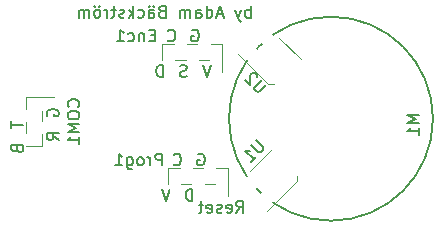
<source format=gbo>
G04 #@! TF.GenerationSoftware,KiCad,Pcbnew,5.1.5+dfsg1-2build2*
G04 #@! TF.CreationDate,2021-12-26T17:25:33+01:00*
G04 #@! TF.ProjectId,combined,636f6d62-696e-4656-942e-6b696361645f,rev?*
G04 #@! TF.SameCoordinates,Original*
G04 #@! TF.FileFunction,Legend,Bot*
G04 #@! TF.FilePolarity,Positive*
%FSLAX46Y46*%
G04 Gerber Fmt 4.6, Leading zero omitted, Abs format (unit mm)*
G04 Created by KiCad (PCBNEW 5.1.5+dfsg1-2build2) date 2021-12-26 17:25:33*
%MOMM*%
%LPD*%
G04 APERTURE LIST*
%ADD10C,0.150000*%
%ADD11C,0.120000*%
%ADD12C,1.202000*%
%ADD13C,0.100000*%
%ADD14C,3.602000*%
%ADD15R,0.702000X1.852000*%
%ADD16R,1.852000X0.702000*%
%ADD17O,1.652000X0.992000*%
%ADD18O,1.052000X1.352000*%
G04 APERTURE END LIST*
D10*
X81000000Y-33511904D02*
X80952380Y-33416666D01*
X80952380Y-33273809D01*
X81000000Y-33130952D01*
X81095238Y-33035714D01*
X81190476Y-32988095D01*
X81380952Y-32940476D01*
X81523809Y-32940476D01*
X81714285Y-32988095D01*
X81809523Y-33035714D01*
X81904761Y-33130952D01*
X81952380Y-33273809D01*
X81952380Y-33369047D01*
X81904761Y-33511904D01*
X81857142Y-33559523D01*
X81523809Y-33559523D01*
X81523809Y-33369047D01*
X81952380Y-35559523D02*
X81476190Y-35226190D01*
X81952380Y-34988095D02*
X80952380Y-34988095D01*
X80952380Y-35369047D01*
X81000000Y-35464285D01*
X81047619Y-35511904D01*
X81142857Y-35559523D01*
X81285714Y-35559523D01*
X81380952Y-35511904D01*
X81428571Y-35464285D01*
X81476190Y-35369047D01*
X81476190Y-34988095D01*
X77952380Y-33964285D02*
X77952380Y-34535714D01*
X78952380Y-34250000D02*
X77952380Y-34250000D01*
X78428571Y-36321428D02*
X78476190Y-36464285D01*
X78523809Y-36511904D01*
X78619047Y-36559523D01*
X78761904Y-36559523D01*
X78857142Y-36511904D01*
X78904761Y-36464285D01*
X78952380Y-36369047D01*
X78952380Y-35988095D01*
X77952380Y-35988095D01*
X77952380Y-36321428D01*
X78000000Y-36416666D01*
X78047619Y-36464285D01*
X78142857Y-36511904D01*
X78238095Y-36511904D01*
X78333333Y-36464285D01*
X78380952Y-36416666D01*
X78428571Y-36321428D01*
X78428571Y-35988095D01*
X90761904Y-30202380D02*
X90761904Y-29202380D01*
X90523809Y-29202380D01*
X90380952Y-29250000D01*
X90285714Y-29345238D01*
X90238095Y-29440476D01*
X90190476Y-29630952D01*
X90190476Y-29773809D01*
X90238095Y-29964285D01*
X90285714Y-30059523D01*
X90380952Y-30154761D01*
X90523809Y-30202380D01*
X90761904Y-30202380D01*
X91190476Y-27107142D02*
X91238095Y-27154761D01*
X91380952Y-27202380D01*
X91476190Y-27202380D01*
X91619047Y-27154761D01*
X91714285Y-27059523D01*
X91761904Y-26964285D01*
X91809523Y-26773809D01*
X91809523Y-26630952D01*
X91761904Y-26440476D01*
X91714285Y-26345238D01*
X91619047Y-26250000D01*
X91476190Y-26202380D01*
X91380952Y-26202380D01*
X91238095Y-26250000D01*
X91190476Y-26297619D01*
X92785714Y-30154761D02*
X92642857Y-30202380D01*
X92404761Y-30202380D01*
X92309523Y-30154761D01*
X92261904Y-30107142D01*
X92214285Y-30011904D01*
X92214285Y-29916666D01*
X92261904Y-29821428D01*
X92309523Y-29773809D01*
X92404761Y-29726190D01*
X92595238Y-29678571D01*
X92690476Y-29630952D01*
X92738095Y-29583333D01*
X92785714Y-29488095D01*
X92785714Y-29392857D01*
X92738095Y-29297619D01*
X92690476Y-29250000D01*
X92595238Y-29202380D01*
X92357142Y-29202380D01*
X92214285Y-29250000D01*
X93238095Y-26250000D02*
X93333333Y-26202380D01*
X93476190Y-26202380D01*
X93619047Y-26250000D01*
X93714285Y-26345238D01*
X93761904Y-26440476D01*
X93809523Y-26630952D01*
X93809523Y-26773809D01*
X93761904Y-26964285D01*
X93714285Y-27059523D01*
X93619047Y-27154761D01*
X93476190Y-27202380D01*
X93380952Y-27202380D01*
X93238095Y-27154761D01*
X93190476Y-27107142D01*
X93190476Y-26773809D01*
X93380952Y-26773809D01*
X94833333Y-29202380D02*
X94500000Y-30202380D01*
X94166666Y-29202380D01*
X91690476Y-37607142D02*
X91738095Y-37654761D01*
X91880952Y-37702380D01*
X91976190Y-37702380D01*
X92119047Y-37654761D01*
X92214285Y-37559523D01*
X92261904Y-37464285D01*
X92309523Y-37273809D01*
X92309523Y-37130952D01*
X92261904Y-36940476D01*
X92214285Y-36845238D01*
X92119047Y-36750000D01*
X91976190Y-36702380D01*
X91880952Y-36702380D01*
X91738095Y-36750000D01*
X91690476Y-36797619D01*
X93261904Y-40702380D02*
X93261904Y-39702380D01*
X93023809Y-39702380D01*
X92880952Y-39750000D01*
X92785714Y-39845238D01*
X92738095Y-39940476D01*
X92690476Y-40130952D01*
X92690476Y-40273809D01*
X92738095Y-40464285D01*
X92785714Y-40559523D01*
X92880952Y-40654761D01*
X93023809Y-40702380D01*
X93261904Y-40702380D01*
X96988095Y-41702380D02*
X97321428Y-41226190D01*
X97559523Y-41702380D02*
X97559523Y-40702380D01*
X97178571Y-40702380D01*
X97083333Y-40750000D01*
X97035714Y-40797619D01*
X96988095Y-40892857D01*
X96988095Y-41035714D01*
X97035714Y-41130952D01*
X97083333Y-41178571D01*
X97178571Y-41226190D01*
X97559523Y-41226190D01*
X96178571Y-41654761D02*
X96273809Y-41702380D01*
X96464285Y-41702380D01*
X96559523Y-41654761D01*
X96607142Y-41559523D01*
X96607142Y-41178571D01*
X96559523Y-41083333D01*
X96464285Y-41035714D01*
X96273809Y-41035714D01*
X96178571Y-41083333D01*
X96130952Y-41178571D01*
X96130952Y-41273809D01*
X96607142Y-41369047D01*
X95750000Y-41654761D02*
X95654761Y-41702380D01*
X95464285Y-41702380D01*
X95369047Y-41654761D01*
X95321428Y-41559523D01*
X95321428Y-41511904D01*
X95369047Y-41416666D01*
X95464285Y-41369047D01*
X95607142Y-41369047D01*
X95702380Y-41321428D01*
X95750000Y-41226190D01*
X95750000Y-41178571D01*
X95702380Y-41083333D01*
X95607142Y-41035714D01*
X95464285Y-41035714D01*
X95369047Y-41083333D01*
X94511904Y-41654761D02*
X94607142Y-41702380D01*
X94797619Y-41702380D01*
X94892857Y-41654761D01*
X94940476Y-41559523D01*
X94940476Y-41178571D01*
X94892857Y-41083333D01*
X94797619Y-41035714D01*
X94607142Y-41035714D01*
X94511904Y-41083333D01*
X94464285Y-41178571D01*
X94464285Y-41273809D01*
X94940476Y-41369047D01*
X94178571Y-41035714D02*
X93797619Y-41035714D01*
X94035714Y-40702380D02*
X94035714Y-41559523D01*
X93988095Y-41654761D01*
X93892857Y-41702380D01*
X93797619Y-41702380D01*
X93738095Y-36750000D02*
X93833333Y-36702380D01*
X93976190Y-36702380D01*
X94119047Y-36750000D01*
X94214285Y-36845238D01*
X94261904Y-36940476D01*
X94309523Y-37130952D01*
X94309523Y-37273809D01*
X94261904Y-37464285D01*
X94214285Y-37559523D01*
X94119047Y-37654761D01*
X93976190Y-37702380D01*
X93880952Y-37702380D01*
X93738095Y-37654761D01*
X93690476Y-37607142D01*
X93690476Y-37273809D01*
X93880952Y-37273809D01*
X91333333Y-39702380D02*
X91000000Y-40702380D01*
X90666666Y-39702380D01*
X98193904Y-25191980D02*
X98193904Y-24191980D01*
X98193904Y-24572933D02*
X98098666Y-24525314D01*
X97908190Y-24525314D01*
X97812952Y-24572933D01*
X97765333Y-24620552D01*
X97717714Y-24715790D01*
X97717714Y-25001504D01*
X97765333Y-25096742D01*
X97812952Y-25144361D01*
X97908190Y-25191980D01*
X98098666Y-25191980D01*
X98193904Y-25144361D01*
X97384380Y-24525314D02*
X97146285Y-25191980D01*
X96908190Y-24525314D02*
X97146285Y-25191980D01*
X97241523Y-25430076D01*
X97289142Y-25477695D01*
X97384380Y-25525314D01*
X95812952Y-24906266D02*
X95336761Y-24906266D01*
X95908190Y-25191980D02*
X95574857Y-24191980D01*
X95241523Y-25191980D01*
X94479619Y-25191980D02*
X94479619Y-24191980D01*
X94479619Y-25144361D02*
X94574857Y-25191980D01*
X94765333Y-25191980D01*
X94860571Y-25144361D01*
X94908190Y-25096742D01*
X94955809Y-25001504D01*
X94955809Y-24715790D01*
X94908190Y-24620552D01*
X94860571Y-24572933D01*
X94765333Y-24525314D01*
X94574857Y-24525314D01*
X94479619Y-24572933D01*
X93574857Y-25191980D02*
X93574857Y-24668171D01*
X93622476Y-24572933D01*
X93717714Y-24525314D01*
X93908190Y-24525314D01*
X94003428Y-24572933D01*
X93574857Y-25144361D02*
X93670095Y-25191980D01*
X93908190Y-25191980D01*
X94003428Y-25144361D01*
X94051047Y-25049123D01*
X94051047Y-24953885D01*
X94003428Y-24858647D01*
X93908190Y-24811028D01*
X93670095Y-24811028D01*
X93574857Y-24763409D01*
X93098666Y-25191980D02*
X93098666Y-24525314D01*
X93098666Y-24620552D02*
X93051047Y-24572933D01*
X92955809Y-24525314D01*
X92812952Y-24525314D01*
X92717714Y-24572933D01*
X92670095Y-24668171D01*
X92670095Y-25191980D01*
X92670095Y-24668171D02*
X92622476Y-24572933D01*
X92527238Y-24525314D01*
X92384380Y-24525314D01*
X92289142Y-24572933D01*
X92241523Y-24668171D01*
X92241523Y-25191980D01*
X90670095Y-24668171D02*
X90527238Y-24715790D01*
X90479619Y-24763409D01*
X90432000Y-24858647D01*
X90432000Y-25001504D01*
X90479619Y-25096742D01*
X90527238Y-25144361D01*
X90622476Y-25191980D01*
X91003428Y-25191980D01*
X91003428Y-24191980D01*
X90670095Y-24191980D01*
X90574857Y-24239600D01*
X90527238Y-24287219D01*
X90479619Y-24382457D01*
X90479619Y-24477695D01*
X90527238Y-24572933D01*
X90574857Y-24620552D01*
X90670095Y-24668171D01*
X91003428Y-24668171D01*
X89574857Y-25191980D02*
X89574857Y-24668171D01*
X89622476Y-24572933D01*
X89717714Y-24525314D01*
X89908190Y-24525314D01*
X90003428Y-24572933D01*
X89574857Y-25144361D02*
X89670095Y-25191980D01*
X89908190Y-25191980D01*
X90003428Y-25144361D01*
X90051047Y-25049123D01*
X90051047Y-24953885D01*
X90003428Y-24858647D01*
X89908190Y-24811028D01*
X89670095Y-24811028D01*
X89574857Y-24763409D01*
X90003428Y-24191980D02*
X89955809Y-24239600D01*
X90003428Y-24287219D01*
X90051047Y-24239600D01*
X90003428Y-24191980D01*
X90003428Y-24287219D01*
X89622476Y-24191980D02*
X89574857Y-24239600D01*
X89622476Y-24287219D01*
X89670095Y-24239600D01*
X89622476Y-24191980D01*
X89622476Y-24287219D01*
X88670095Y-25144361D02*
X88765333Y-25191980D01*
X88955809Y-25191980D01*
X89051047Y-25144361D01*
X89098666Y-25096742D01*
X89146285Y-25001504D01*
X89146285Y-24715790D01*
X89098666Y-24620552D01*
X89051047Y-24572933D01*
X88955809Y-24525314D01*
X88765333Y-24525314D01*
X88670095Y-24572933D01*
X88241523Y-25191980D02*
X88241523Y-24191980D01*
X88146285Y-24811028D02*
X87860571Y-25191980D01*
X87860571Y-24525314D02*
X88241523Y-24906266D01*
X87479619Y-25144361D02*
X87384380Y-25191980D01*
X87193904Y-25191980D01*
X87098666Y-25144361D01*
X87051047Y-25049123D01*
X87051047Y-25001504D01*
X87098666Y-24906266D01*
X87193904Y-24858647D01*
X87336761Y-24858647D01*
X87432000Y-24811028D01*
X87479619Y-24715790D01*
X87479619Y-24668171D01*
X87432000Y-24572933D01*
X87336761Y-24525314D01*
X87193904Y-24525314D01*
X87098666Y-24572933D01*
X86765333Y-24525314D02*
X86384380Y-24525314D01*
X86622476Y-24191980D02*
X86622476Y-25049123D01*
X86574857Y-25144361D01*
X86479619Y-25191980D01*
X86384380Y-25191980D01*
X86051047Y-25191980D02*
X86051047Y-24525314D01*
X86051047Y-24715790D02*
X86003428Y-24620552D01*
X85955809Y-24572933D01*
X85860571Y-24525314D01*
X85765333Y-24525314D01*
X85289142Y-25191980D02*
X85384380Y-25144361D01*
X85432000Y-25096742D01*
X85479619Y-25001504D01*
X85479619Y-24715790D01*
X85432000Y-24620552D01*
X85384380Y-24572933D01*
X85289142Y-24525314D01*
X85146285Y-24525314D01*
X85051047Y-24572933D01*
X85003428Y-24620552D01*
X84955809Y-24715790D01*
X84955809Y-25001504D01*
X85003428Y-25096742D01*
X85051047Y-25144361D01*
X85146285Y-25191980D01*
X85289142Y-25191980D01*
X85384380Y-24191980D02*
X85336761Y-24239600D01*
X85384380Y-24287219D01*
X85432000Y-24239600D01*
X85384380Y-24191980D01*
X85384380Y-24287219D01*
X85003428Y-24191980D02*
X84955809Y-24239600D01*
X85003428Y-24287219D01*
X85051047Y-24239600D01*
X85003428Y-24191980D01*
X85003428Y-24287219D01*
X84527238Y-25191980D02*
X84527238Y-24525314D01*
X84527238Y-24620552D02*
X84479619Y-24572933D01*
X84384380Y-24525314D01*
X84241523Y-24525314D01*
X84146285Y-24572933D01*
X84098666Y-24668171D01*
X84098666Y-25191980D01*
X84098666Y-24668171D02*
X84051047Y-24572933D01*
X83955809Y-24525314D01*
X83812952Y-24525314D01*
X83717714Y-24572933D01*
X83670095Y-24668171D01*
X83670095Y-25191980D01*
D11*
X100152117Y-30845082D02*
X99685427Y-30845082D01*
X99685427Y-30845082D02*
X97153984Y-28313640D01*
X100597595Y-26892355D02*
X102436072Y-28730833D01*
X102095082Y-38597883D02*
X102095082Y-39064573D01*
X102095082Y-39064573D02*
X99563640Y-41596016D01*
X98142355Y-38152405D02*
X99980833Y-36313928D01*
D10*
X113636934Y-33750000D02*
G75*
G03X113636934Y-33750000I-8636934J0D01*
G01*
D11*
X95810000Y-28820000D02*
X95810000Y-27430000D01*
X90690000Y-28820000D02*
X90690000Y-27430000D01*
X95810000Y-28820000D02*
X95810000Y-29815000D01*
X95810000Y-28820000D02*
X95810000Y-28820000D01*
X90690000Y-27430000D02*
X90690000Y-27430000D01*
X95810000Y-27430000D02*
X94810000Y-27430000D01*
X93690000Y-27430000D02*
X92810000Y-27430000D01*
X91690000Y-27430000D02*
X90690000Y-27430000D01*
X94690000Y-28820000D02*
X93810000Y-28820000D01*
X92690000Y-28820000D02*
X91810000Y-28820000D01*
X93190000Y-39320000D02*
X92310000Y-39320000D01*
X95190000Y-39320000D02*
X94310000Y-39320000D01*
X92190000Y-37930000D02*
X91190000Y-37930000D01*
X94190000Y-37930000D02*
X93310000Y-37930000D01*
X96310000Y-37930000D02*
X95310000Y-37930000D01*
X91190000Y-37930000D02*
X91190000Y-37930000D01*
X96310000Y-39320000D02*
X96310000Y-39320000D01*
X96310000Y-39320000D02*
X96310000Y-40315000D01*
X91190000Y-39320000D02*
X91190000Y-37930000D01*
X96310000Y-39320000D02*
X96310000Y-37930000D01*
X80570000Y-35060000D02*
X80570000Y-36060000D01*
X80570000Y-33060000D02*
X80570000Y-33940000D01*
X79180000Y-34060000D02*
X79180000Y-34940000D01*
X79180000Y-31940000D02*
X79180000Y-32940000D01*
X79180000Y-36060000D02*
X79180000Y-36060000D01*
X80570000Y-31940000D02*
X80570000Y-31940000D01*
X80570000Y-31940000D02*
X81565000Y-31940000D01*
X80570000Y-36060000D02*
X79180000Y-36060000D01*
X80570000Y-31940000D02*
X79180000Y-31940000D01*
D10*
X99529526Y-30876396D02*
X98957106Y-31448816D01*
X98856091Y-31482488D01*
X98788747Y-31482488D01*
X98687732Y-31448816D01*
X98553045Y-31314129D01*
X98519373Y-31213114D01*
X98519373Y-31145770D01*
X98553045Y-31044755D01*
X99125465Y-30472335D01*
X98755075Y-30236633D02*
X98755075Y-30169290D01*
X98721404Y-30068274D01*
X98553045Y-29899916D01*
X98452030Y-29866244D01*
X98384686Y-29866244D01*
X98283671Y-29899916D01*
X98216327Y-29967259D01*
X98148984Y-30101946D01*
X98148984Y-30910068D01*
X97711251Y-30472335D01*
X98651522Y-35574026D02*
X99223942Y-36146446D01*
X99257614Y-36247461D01*
X99257614Y-36314805D01*
X99223942Y-36415820D01*
X99089255Y-36550507D01*
X98988240Y-36584179D01*
X98920896Y-36584179D01*
X98819881Y-36550507D01*
X98247461Y-35978087D01*
X98247461Y-37392301D02*
X98651522Y-36988240D01*
X98449492Y-37190270D02*
X97742385Y-36483164D01*
X97910744Y-36516835D01*
X98045431Y-36516835D01*
X98146446Y-36483164D01*
X112452380Y-33440476D02*
X111452380Y-33440476D01*
X112166666Y-33773809D01*
X111452380Y-34107142D01*
X112452380Y-34107142D01*
X112452380Y-35107142D02*
X112452380Y-34535714D01*
X112452380Y-34821428D02*
X111452380Y-34821428D01*
X111595238Y-34726190D01*
X111690476Y-34630952D01*
X111738095Y-34535714D01*
X90071428Y-26678571D02*
X89738095Y-26678571D01*
X89595238Y-27202380D02*
X90071428Y-27202380D01*
X90071428Y-26202380D01*
X89595238Y-26202380D01*
X89166666Y-26535714D02*
X89166666Y-27202380D01*
X89166666Y-26630952D02*
X89119047Y-26583333D01*
X89023809Y-26535714D01*
X88880952Y-26535714D01*
X88785714Y-26583333D01*
X88738095Y-26678571D01*
X88738095Y-27202380D01*
X87833333Y-27154761D02*
X87928571Y-27202380D01*
X88119047Y-27202380D01*
X88214285Y-27154761D01*
X88261904Y-27107142D01*
X88309523Y-27011904D01*
X88309523Y-26726190D01*
X88261904Y-26630952D01*
X88214285Y-26583333D01*
X88119047Y-26535714D01*
X87928571Y-26535714D01*
X87833333Y-26583333D01*
X86880952Y-27202380D02*
X87452380Y-27202380D01*
X87166666Y-27202380D02*
X87166666Y-26202380D01*
X87261904Y-26345238D01*
X87357142Y-26440476D01*
X87452380Y-26488095D01*
X90702380Y-37702380D02*
X90702380Y-36702380D01*
X90321428Y-36702380D01*
X90226190Y-36750000D01*
X90178571Y-36797619D01*
X90130952Y-36892857D01*
X90130952Y-37035714D01*
X90178571Y-37130952D01*
X90226190Y-37178571D01*
X90321428Y-37226190D01*
X90702380Y-37226190D01*
X89702380Y-37702380D02*
X89702380Y-37035714D01*
X89702380Y-37226190D02*
X89654761Y-37130952D01*
X89607142Y-37083333D01*
X89511904Y-37035714D01*
X89416666Y-37035714D01*
X88940476Y-37702380D02*
X89035714Y-37654761D01*
X89083333Y-37607142D01*
X89130952Y-37511904D01*
X89130952Y-37226190D01*
X89083333Y-37130952D01*
X89035714Y-37083333D01*
X88940476Y-37035714D01*
X88797619Y-37035714D01*
X88702380Y-37083333D01*
X88654761Y-37130952D01*
X88607142Y-37226190D01*
X88607142Y-37511904D01*
X88654761Y-37607142D01*
X88702380Y-37654761D01*
X88797619Y-37702380D01*
X88940476Y-37702380D01*
X87750000Y-37035714D02*
X87750000Y-37845238D01*
X87797619Y-37940476D01*
X87845238Y-37988095D01*
X87940476Y-38035714D01*
X88083333Y-38035714D01*
X88178571Y-37988095D01*
X87750000Y-37654761D02*
X87845238Y-37702380D01*
X88035714Y-37702380D01*
X88130952Y-37654761D01*
X88178571Y-37607142D01*
X88226190Y-37511904D01*
X88226190Y-37226190D01*
X88178571Y-37130952D01*
X88130952Y-37083333D01*
X88035714Y-37035714D01*
X87845238Y-37035714D01*
X87750000Y-37083333D01*
X86750000Y-37702380D02*
X87321428Y-37702380D01*
X87035714Y-37702380D02*
X87035714Y-36702380D01*
X87130952Y-36845238D01*
X87226190Y-36940476D01*
X87321428Y-36988095D01*
X83607142Y-32738095D02*
X83654761Y-32690476D01*
X83702380Y-32547619D01*
X83702380Y-32452380D01*
X83654761Y-32309523D01*
X83559523Y-32214285D01*
X83464285Y-32166666D01*
X83273809Y-32119047D01*
X83130952Y-32119047D01*
X82940476Y-32166666D01*
X82845238Y-32214285D01*
X82750000Y-32309523D01*
X82702380Y-32452380D01*
X82702380Y-32547619D01*
X82750000Y-32690476D01*
X82797619Y-32738095D01*
X82702380Y-33357142D02*
X82702380Y-33547619D01*
X82750000Y-33642857D01*
X82845238Y-33738095D01*
X83035714Y-33785714D01*
X83369047Y-33785714D01*
X83559523Y-33738095D01*
X83654761Y-33642857D01*
X83702380Y-33547619D01*
X83702380Y-33357142D01*
X83654761Y-33261904D01*
X83559523Y-33166666D01*
X83369047Y-33119047D01*
X83035714Y-33119047D01*
X82845238Y-33166666D01*
X82750000Y-33261904D01*
X82702380Y-33357142D01*
X83702380Y-34214285D02*
X82702380Y-34214285D01*
X83416666Y-34547619D01*
X82702380Y-34880952D01*
X83702380Y-34880952D01*
X83702380Y-35880952D02*
X83702380Y-35309523D01*
X83702380Y-35595238D02*
X82702380Y-35595238D01*
X82845238Y-35500000D01*
X82940476Y-35404761D01*
X82988095Y-35309523D01*
%LPC*%
D12*
X102209798Y-29664214D02*
X102492640Y-29947056D01*
X100937006Y-30937006D02*
X101219848Y-31219848D01*
D13*
G36*
X98135323Y-27372970D02*
G01*
X98161810Y-27376899D01*
X98187784Y-27383405D01*
X98212996Y-27392426D01*
X98237201Y-27403874D01*
X98260169Y-27417640D01*
X98281676Y-27433591D01*
X98301516Y-27451573D01*
X99048427Y-28198484D01*
X99066409Y-28218324D01*
X99082360Y-28239831D01*
X99096126Y-28262799D01*
X99107574Y-28287004D01*
X99116595Y-28312216D01*
X99123101Y-28338190D01*
X99127030Y-28364677D01*
X99128344Y-28391421D01*
X99127030Y-28418165D01*
X99123101Y-28444652D01*
X99116595Y-28470626D01*
X99107574Y-28495838D01*
X99096126Y-28520043D01*
X99082360Y-28543011D01*
X99066409Y-28564518D01*
X99048427Y-28584358D01*
X98584358Y-29048427D01*
X98564518Y-29066409D01*
X98543011Y-29082360D01*
X98520043Y-29096126D01*
X98495838Y-29107574D01*
X98470626Y-29116595D01*
X98444652Y-29123101D01*
X98418165Y-29127030D01*
X98391421Y-29128344D01*
X98364677Y-29127030D01*
X98338190Y-29123101D01*
X98312216Y-29116595D01*
X98287004Y-29107574D01*
X98262799Y-29096126D01*
X98239831Y-29082360D01*
X98218324Y-29066409D01*
X98198484Y-29048427D01*
X97451573Y-28301516D01*
X97433591Y-28281676D01*
X97417640Y-28260169D01*
X97403874Y-28237201D01*
X97392426Y-28212996D01*
X97383405Y-28187784D01*
X97376899Y-28161810D01*
X97372970Y-28135323D01*
X97371656Y-28108579D01*
X97372970Y-28081835D01*
X97376899Y-28055348D01*
X97383405Y-28029374D01*
X97392426Y-28004162D01*
X97403874Y-27979957D01*
X97417640Y-27956989D01*
X97433591Y-27935482D01*
X97451573Y-27915642D01*
X97915642Y-27451573D01*
X97935482Y-27433591D01*
X97956989Y-27417640D01*
X97979957Y-27403874D01*
X98004162Y-27392426D01*
X98029374Y-27383405D01*
X98055348Y-27376899D01*
X98081835Y-27372970D01*
X98108579Y-27371656D01*
X98135323Y-27372970D01*
G37*
D12*
X99381371Y-26835787D02*
X99664213Y-27118629D01*
X100914214Y-36540202D02*
X101197056Y-36257360D01*
X102187006Y-37812994D02*
X102469848Y-37530152D01*
D13*
G36*
X99668165Y-39622970D02*
G01*
X99694652Y-39626899D01*
X99720626Y-39633405D01*
X99745838Y-39642426D01*
X99770043Y-39653874D01*
X99793011Y-39667640D01*
X99814518Y-39683591D01*
X99834358Y-39701573D01*
X100298427Y-40165642D01*
X100316409Y-40185482D01*
X100332360Y-40206989D01*
X100346126Y-40229957D01*
X100357574Y-40254162D01*
X100366595Y-40279374D01*
X100373101Y-40305348D01*
X100377030Y-40331835D01*
X100378344Y-40358579D01*
X100377030Y-40385323D01*
X100373101Y-40411810D01*
X100366595Y-40437784D01*
X100357574Y-40462996D01*
X100346126Y-40487201D01*
X100332360Y-40510169D01*
X100316409Y-40531676D01*
X100298427Y-40551516D01*
X99551516Y-41298427D01*
X99531676Y-41316409D01*
X99510169Y-41332360D01*
X99487201Y-41346126D01*
X99462996Y-41357574D01*
X99437784Y-41366595D01*
X99411810Y-41373101D01*
X99385323Y-41377030D01*
X99358579Y-41378344D01*
X99331835Y-41377030D01*
X99305348Y-41373101D01*
X99279374Y-41366595D01*
X99254162Y-41357574D01*
X99229957Y-41346126D01*
X99206989Y-41332360D01*
X99185482Y-41316409D01*
X99165642Y-41298427D01*
X98701573Y-40834358D01*
X98683591Y-40814518D01*
X98667640Y-40793011D01*
X98653874Y-40770043D01*
X98642426Y-40745838D01*
X98633405Y-40720626D01*
X98626899Y-40694652D01*
X98622970Y-40668165D01*
X98621656Y-40641421D01*
X98622970Y-40614677D01*
X98626899Y-40588190D01*
X98633405Y-40562216D01*
X98642426Y-40537004D01*
X98653874Y-40512799D01*
X98667640Y-40489831D01*
X98683591Y-40468324D01*
X98701573Y-40448484D01*
X99448484Y-39701573D01*
X99468324Y-39683591D01*
X99489831Y-39667640D01*
X99512799Y-39653874D01*
X99537004Y-39642426D01*
X99562216Y-39633405D01*
X99588190Y-39626899D01*
X99614677Y-39622970D01*
X99641421Y-39621656D01*
X99668165Y-39622970D01*
G37*
D12*
X98085787Y-39368629D02*
X98368629Y-39085787D01*
D14*
X105000000Y-40250000D03*
X105000000Y-27250000D03*
D15*
X95250000Y-29000000D03*
X93250000Y-29000000D03*
X91250000Y-29000000D03*
X94250000Y-27250000D03*
X92250000Y-27250000D03*
X92750000Y-37750000D03*
X94750000Y-37750000D03*
X91750000Y-39500000D03*
X93750000Y-39500000D03*
X95750000Y-39500000D03*
D16*
X79000000Y-35500000D03*
X79000000Y-33500000D03*
X80750000Y-34500000D03*
X80750000Y-32500000D03*
D17*
X78950000Y-37250000D03*
X78950000Y-30250000D03*
D18*
X81650000Y-36250000D03*
X81650000Y-31250000D03*
M02*

</source>
